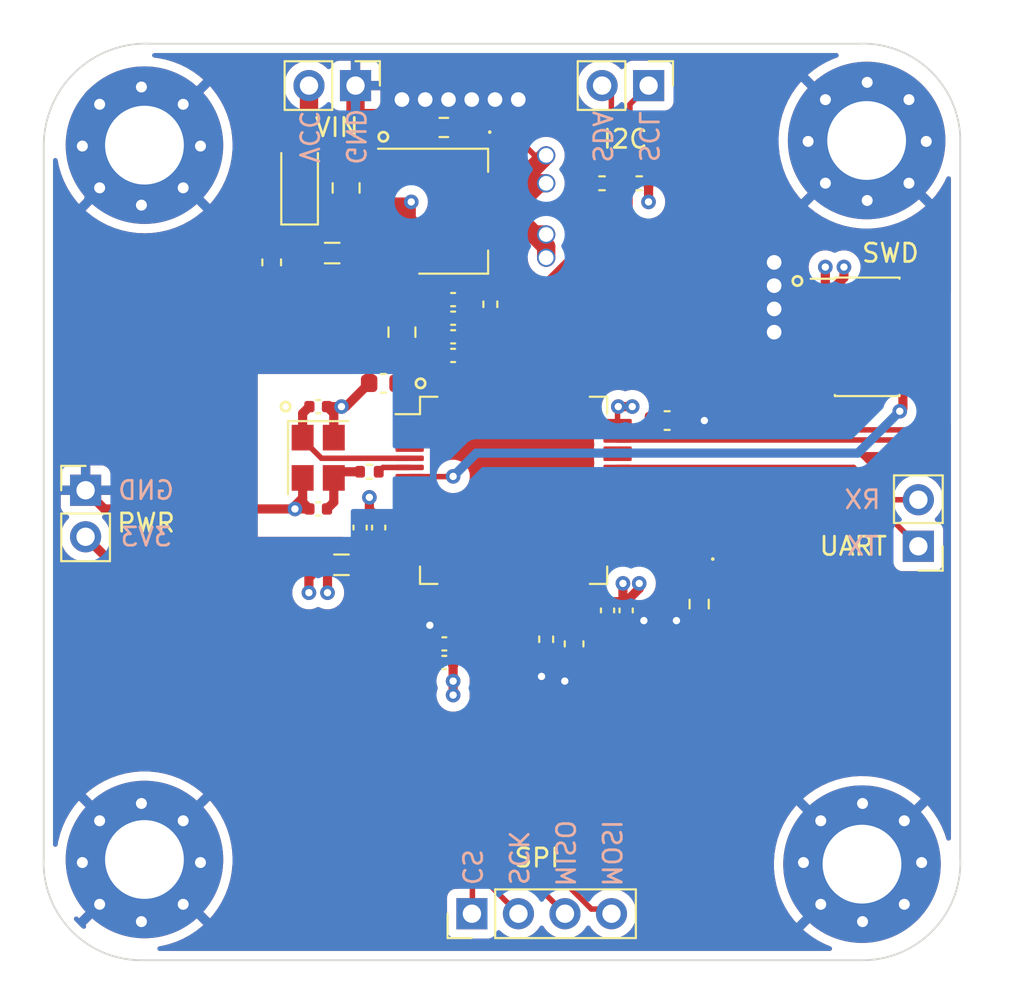
<source format=kicad_pcb>
(kicad_pcb (version 20221018) (generator pcbnew)
  (layers (0 "F.Cu" signal) (1 "In1.Cu" power) (2 "In2.Cu" power) (31 "B.Cu" signal) (34 "B.Paste" user) (35 "F.Paste" user) (36 "B.SilkS" user "B.Silkscreen") (37 "F.SilkS" user "F.Silkscreen") (38 "B.Mask" user) (39 "F.Mask" user) (44 "Edge.Cuts" user))
  (net 0 "")
  (net 1 "Net-(C1-Pad1)")
  (net 2 "GND")
  (net 3 "+3V3")
  (net 4 "Net-(C12-Pad1)")
  (net 5 "Net-(C13-Pad1)")
  (net 6 "+3.3VA")
  (net 7 "HSE_IN")
  (net 8 "Net-(C17-Pad1)")
  (net 9 "Net-(D1-Pad1)")
  (net 10 "VCC")
  (net 11 "Net-(D2-Pad1)")
  (net 12 "Net-(D3-Pad1)")
  (net 13 "Net-(D3-Pad2)")
  (net 14 "Net-(F1-Pad2)")
  (net 15 "I2C1_SCL")
  (net 16 "I2C1_SDA")
  (net 17 "SPI1_CS")
  (net 18 "SPI1_SCK")
  (net 19 "SPI1_MISO")
  (net 20 "SPI1_MOSI")
  (net 21 "SWDIO")
  (net 22 "SWCLK")
  (net 23 "SWO")
  (net 26 "NRST")
  (net 27 "USART1_TX")
  (net 28 "USART1_RX")
  (net 29 "BOOT0")
  (net 30 "BOOT1")
  (net 31 "HSE_OUT")
  (footprint "MountingHole:MountingHole_4.3mm_M4_Pad_Via" (layer "F.Cu") (at 79.958 25.296)
    (fp_text reference "H3")
    (fp_text value "MountingHole_Pad")
  )
  (footprint "Connector_PinHeader_1.27mm:PinHeader_2x05_P1.27mm_Vertical_SMD" (layer "F.Cu") (at 79.958 35.964)
    (fp_text reference "J4")
    (fp_text value "Conn_02x05_Odd_Even")
  )
  (footprint "MountingHole:MountingHole_4.3mm_M4_Pad_Via" (layer "F.Cu") (at 40.334 64.666)
    (fp_text reference "H1")
    (fp_text value "MountingHole_Pad")
  )
  (footprint "Capacitor_SMD:C_0603_1608Metric" (layer "F.Cu") (at 63.956 52.728 -90)
    (fp_text reference "C12")
    (fp_text value "2.2uF")
  )
  (footprint "Capacitor_SMD:C_0402_1005Metric" (layer "F.Cu") (at 49.986 45.362 180)
    (fp_text reference "C17")
    (fp_text value "12pF")
  )
  (footprint "Diode_SMD:D_SOD-123" (layer "F.Cu") (at 48.97 27.582 90)
    (fp_text reference "D1")
    (fp_text value "B5819W")
  )
  (footprint "Package_TO_SOT_SMD:SOT-223-3_TabPin2" (layer "F.Cu") (at 57.352 29.106)
    (fp_text reference "U1")
    (fp_text value "AMS1117-3.3")
  )
  (footprint "Capacitor_SMD:C_0402_1005Metric" (layer "F.Cu") (at 49.986 39.774)
    (fp_text reference "C16")
    (fp_text value "12pF")
  )
  (footprint "Resistor_SMD:R_0402_1005Metric" (layer "F.Cu") (at 67.512 27.582 180)
    (fp_text reference "R2")
    (fp_text value "2k2")
  )
  (footprint "Connector_PinHeader_2.54mm:PinHeader_1x02_P2.54mm_Vertical" (layer "F.Cu") (at 37.286 44.341)
    (fp_text reference "J2")
    (fp_text value "Conn_01x02")
  )
  (footprint "LED_SMD:LED_0201_0603Metric" (layer "F.Cu") (at 70.666449 48.096269 180)
    (fp_text reference "D3")
    (fp_text value "LED_RED")
  )
  (footprint "MountingHole:MountingHole_4.3mm_M4_Pad_Via" (layer "F.Cu") (at 79.704 64.666)
    (fp_text reference "H4")
    (fp_text value "MountingHole_Pad")
  )
  (footprint "Inductor_SMD:L_0805_2012Metric" (layer "F.Cu") (at 50.748 31.392)
    (fp_text reference "FB1")
    (fp_text value "100 @100 MHz")
  )
  (footprint "Resistor_SMD:R_0603_1608Metric" (layer "F.Cu") (at 70.784726 50.556434 -90)
    (fp_text reference "R7")
    (fp_text value "2k2")
  )
  (footprint "LED_SMD:LED_0201_0603Metric" (layer "F.Cu") (at 60.212 24.788)
    (fp_text reference "D2")
    (fp_text value "LED_RED")
  )
  (footprint "Resistor_SMD:R_0402_1005Metric" (layer "F.Cu") (at 59.384 34.186 90)
    (fp_text reference "R4")
    (fp_text value "10k")
  )
  (footprint "Inductor_SMD:L_0805_2012Metric" (layer "F.Cu") (at 51.256 48.41)
    (fp_text reference "FB2")
    (fp_text value "100 @100 MHz")
  )
  (footprint "Resistor_SMD:R_0402_1005Metric" (layer "F.Cu") (at 52.78 43.33 180)
    (fp_text reference "R6")
    (fp_text value "220")
  )
  (footprint "Capacitor_SMD:C_0402_1005Metric" (layer "F.Cu") (at 65.782 50.902 -90)
    (fp_text reference "C11")
    (fp_text value "100nF")
  )
  (footprint "Resistor_SMD:R_0603_1608Metric" (layer "F.Cu") (at 56.844 24.534 180)
    (fp_text reference "R1")
    (fp_text value "2k2")
  )
  (footprint "Crystal:Crystal_SMD_3225-4Pin_3.2x2.5mm" (layer "F.Cu") (at 49.986 42.568 -90)
    (fp_text reference "HSE1")
    (fp_text value "16MHz")
  )
  (footprint "Capacitor_SMD:C_0402_1005Metric" (layer "F.Cu") (at 52.272 46.378 90)
    (fp_text reference "C14")
    (fp_text value "100nF")
  )
  (footprint "Capacitor_SMD:C_0603_1608Metric" (layer "F.Cu") (at 69.036 40.536)
    (fp_text reference "C13")
    (fp_text value "2.2uF")
  )
  (footprint "MountingHole:MountingHole_4.3mm_M4_Pad_Via" (layer "F.Cu") (at 40.334 25.55)
    (fp_text reference "H2")
    (fp_text value "MountingHole_Pad")
  )
  (footprint "Capacitor_SMD:C_0402_1005Metric" (layer "F.Cu") (at 57.352 35.964)
    (fp_text reference "C7")
    (fp_text value "100nF")
  )
  (footprint "Connector_PinHeader_2.54mm:PinHeader_1x04_P2.54mm_Vertical" (layer "F.Cu") (at 58.378 67.46 90)
    (fp_text reference "J3")
    (fp_text value "Conn_01x04")
  )
  (footprint "Capacitor_SMD:C_0805_2012Metric" (layer "F.Cu") (at 54.558 35.71 -90)
    (fp_text reference "C1")
    (fp_text value "10uF")
  )
  (footprint "Capacitor_SMD:C_0805_2012Metric" (layer "F.Cu") (at 51.51 27.836 90)
    (fp_text reference "C2")
    (fp_text value "10uF")
  )
  (footprint "Capacitor_SMD:C_0402_1005Metric" (layer "F.Cu") (at 53.288 46.378 90)
    (fp_text reference "C15")
    (fp_text value "10nF")
  )
  (footprint "Resistor_SMD:R_0402_1005Metric" (layer "F.Cu") (at 65.48 27.582)
    (fp_text reference "R3")
    (fp_text value "2k2")
  )
  (footprint "Resistor_SMD:R_0402_1005Metric" (layer "F.Cu") (at 62.432 52.476 -90)
    (fp_text reference "R5")
    (fp_text value "10k")
  )
  (footprint "Capacitor_SMD:C_0402_1005Metric" (layer "F.Cu") (at 57.352 36.98)
    (fp_text reference "C6")
    (fp_text value "100nF")
  )
  (footprint "Connector_PinHeader_2.54mm:PinHeader_1x02_P2.54mm_Vertical" (layer "F.Cu") (at 82.752 47.399 180)
    (fp_text reference "J5")
    (fp_text value "Conn_01x02")
  )
  (footprint "Capacitor_SMD:C_0402_1005Metric" (layer "F.Cu") (at 66.798 50.902 -90)
    (fp_text reference "C10")
    (fp_text value "100nF")
  )
  (footprint "Connector_PinHeader_2.54mm:PinHeader_1x02_P2.54mm_Vertical" (layer "F.Cu") (at 52.023 22.248 -90)
    (fp_text reference "J6")
    (fp_text value "Conn_01x02")
  )
  (footprint "Fuse:Fuse_0603_1608Metric" (layer "F.Cu") (at 47.446 31.9 -90)
    (fp_text reference "F1")
    (fp_text value "500mA")
  )
  (footprint "Capacitor_SMD:C_0402_1005Metric" (layer "F.Cu") (at 57.352 33.932)
    (fp_text reference "C9")
    (fp_text value "100nF")
  )
  (footprint "Capacitor_SMD:C_0603_1608Metric" (layer "F.Cu") (at 53.542 38.504 180)
    (fp_text reference "C3")
    (fp_text value "10uF")
  )
  (footprint "Capacitor_SMD:C_0402_1005Metric" (layer "F.Cu") (at 56.872 53.744 180)
    (fp_text reference "C5")
    (fp_text value "100nF")
  )
  (footprint "Capacitor_SMD:C_0402_1005Metric" (layer "F.Cu") (at 56.872 52.728 180)
    (fp_text reference "C4")
    (fp_text value "100nF")
  )
  (footprint "Package_QFP:LQFP-64_10x10mm_P0.5mm" (layer "F.Cu") (at 60.654 44.346)
    (fp_text reference "U2")
    (fp_text value "STM32F405RGT6")
  )
  (footprint "Connector_PinHeader_2.54mm:PinHeader_1x02_P2.54mm_Vertical" (layer "F.Cu") (at 68.025 22.248 -90)
    (fp_text reference "J1")
    (fp_text value "Conn_01x02")
  )
  (footprint "Capacitor_SMD:C_0402_1005Metric" (layer "F.Cu") (at 57.352 34.948)
    (fp_text reference "C8")
    (fp_text value "100nF")
  )
  (gr_circle (center 48.208 39.774) (end 48.208 40.028) (stroke (width 0.15)) (fill none) (layer "F.SilkS"))
  (gr_circle (center 55.574 38.504) (end 55.574 38.758) (stroke (width 0.15)) (fill none) (layer "F.SilkS"))
  (gr_circle (center 76.148 32.916) (end 76.148 33.17) (stroke (width 0.15)) (fill none) (layer "F.SilkS"))
  (gr_circle (center 53.542 25.042) (end 53.542 25.296) (stroke (width 0.15)) (fill none) (layer "F.SilkS"))
  (gr_line (start 79.704 70) (end 40.334 70) (stroke (width 0.1)) (layer "Edge.Cuts"))
  (gr_line (start 35 64.412) (end 35 25.543675) (stroke (width 0.1)) (layer "Edge.Cuts"))
  (gr_line (start 85.038 25.042) (end 85.038 64.412) (stroke (width 0.1)) (layer "Edge.Cuts"))
  (gr_arc (start 85.038 64.412) (mid 83.566554 68.347211) (end 79.704 70) (stroke (width 0.1)) (layer "Edge.Cuts"))
  (gr_arc (start 40.334 70) (mid 36.471446 68.347211) (end 35 64.412) (stroke (width 0.1)) (layer "Edge.Cuts"))
  (gr_line (start 40.853794 19.962) (end 79.45 19.962) (stroke (width 0.1)) (layer "Edge.Cuts"))
  (gr_arc (start 79.45 19.962) (mid 83.297709 21.34292) (end 85.038 25.042) (stroke (width 0.1)) (layer "Edge.Cuts"))
  (gr_arc (start 35 25.543675) (mid 36.731805 21.499482) (end 40.853794 19.962) (stroke (width 0.1)) (layer "Edge.Cuts"))
  (gr_text "VCC" (at 49.478 25.042 270) (layer "B.SilkS") (effects (font (size 1 1)) (justify mirror)))
  (gr_text "RX" (at 79.704 44.854) (layer "B.SilkS") (effects (font (size 1 1)) (justify mirror)))
  (gr_text "3V3" (at 40.588 46.886) (layer "B.SilkS") (effects (font (size 1 1)) (justify mirror)))
  (gr_text "SDA" (at 65.48 25.042 270) (layer "B.SilkS") (effects (font (size 1 1)) (justify mirror)))
  (gr_text "GND" (at 52.018 25.042 270) (layer "B.SilkS") (effects (font (size 1 1)) (justify mirror)))
  (gr_text "CS" (at 58.368 64.92 270) (layer "B.SilkS") (effects (font (size 1 1)) (justify mirror)))
  (gr_text "TX" (at 79.704 47.394) (layer "B.SilkS") (effects (font (size 1 1)) (justify mirror)))
  (gr_text "SCL" (at 68.02 25.042 270) (layer "B.SilkS") (effects (font (size 1 1)) (justify mirror)))
  (gr_text "MISO" (at 63.448 64.158 270) (layer "B.SilkS") (effects (font (size 1 1)) (justify mirror)))
  (gr_text "MOSI\n" (at 65.988 64.158 270) (layer "B.SilkS") (effects (font (size 1 1)) (justify mirror)))
  (gr_text "GND" (at 40.588 44.346) (layer "B.SilkS") (effects (font (size 1 1)) (justify mirror)))
  (gr_text "SCK" (at 60.908 64.412 270) (layer "B.SilkS") (effects (font (size 1 1)) (justify mirror)))
  (gr_text "SWD" (at 81.228 31.392) (layer "F.SilkS") (effects (font (size 1 1))))
  (gr_text "SPI" (at 61.924 64.412) (layer "F.SilkS") (effects (font (size 1 1))))
  (gr_text "PWR" (at 40.588 46.124) (layer "F.SilkS") (effects (font (size 1 1))))
  (gr_text "VIN" (at 51.002 24.534) (layer "F.SilkS") (effects (font (size 1 1))))
  (gr_text "UART" (at 79.196 47.394) (layer "F.SilkS") (effects (font (size 1 1))))
  (gr_text "I2C" (at 66.75 25.169) (layer "F.SilkS") (effects (font (size 1 1))))
  (segment (start 54.558 31.762) (end 54.202 31.406) (width 1) (layer "F.Cu") (net 1))
  (segment (start 51.8105 31.392) (end 54.188 31.392) (width 1) (layer "F.Cu") (net 1))
  (segment (start 54.558 34.76) (end 54.558 31.762) (width 1) (layer "F.Cu") (net 1))
  (segment (start 54.188 31.392) (end 54.202 31.406) (width 1) (layer "F.Cu") (net 1))
  (segment (start 54.202 26.806) (end 55.052 26.806) (width 0.5) (layer "F.Cu") (net 2))
  (segment (start 77.754 34.44) (end 78.008 34.694) (width 0.5) (layer "F.Cu") (net 2))
  (segment (start 51.51 26.886) (end 54.122 26.886) (width 1) (layer "F.Cu") (net 2))
  (segment (start 56.392 52.672) (end 56.392 52.728) (width 0.3) (layer "F.Cu") (net 2))
  (segment (start 63.956 53.503) (end 64.959 53.503) (width 0.5) (layer "F.Cu") (net 2))
  (segment (start 53.354 36.66) (end 52.767 37.247) (width 0.5) (layer "F.Cu") (net 2))
  (segment (start 76.402 38.504) (end 78.008 38.504) (width 0.5) (layer "F.Cu") (net 2))
  (segment (start 63.194 54.506) (end 63.448 54.76) (width 0.5) (layer "F.Cu") (net 2))
  (segment (start 63.448 54.011) (end 63.5815 53.8775) (width 0.5) (layer "F.Cu") (net 2))
  (segment (start 51.497 39.774) (end 52.767 38.504) (width 0.5) (layer "F.Cu") (net 2))
  (segment (start 55.574 24.534) (end 56.019 24.534) (width 0.5) (layer "F.Cu") (net 2))
  (segment (start 74.878 34.44) (end 77.754 34.44) (width 0.5) (layer "F.Cu") (net 2))
  (segment (start 54.979 46.096) (end 53.486 46.096) (width 0.3) (layer "F.Cu") (net 2))
  (segment (start 67.69 51.382) (end 67.766 51.458) (width 0.5) (layer "F.Cu") (net 2))
  (segment (start 50.466 39.774) (end 51.256 39.774) (width 0.5) (layer "F.Cu") (net 2))
  (segment (start 49.136 44.766) (end 49.136 44.992) (width 0.5) (layer "F.Cu") (net 2))
  (segment (start 65.782 51.382) (end 66.798 51.382) (width 0.5) (layer "F.Cu") (net 2))
  (segment (start 49.136 44.992) (end 49.506 45.362) (width 0.5) (layer "F.Cu") (net 2))
  (segment (start 62.178 54.506) (end 63.194 54.506) (width 0.5) (layer "F.Cu") (net 2))
  (segment (start 57.832 33.932) (end 57.832 36.98) (width 0.5) (layer "F.Cu") (net 2))
  (segment (start 63.5815 53.8775) (end 63.956 53.503) (width 0.5) (layer "F.Cu") (net 2))
  (segment (start 56.082 51.712) (end 56.082 52.418) (width 0.5) (layer "F.Cu") (net 2))
  (segment (start 52.78 44.727) (end 52.78 45.39) (width 0.5) (layer "F.Cu") (net 2))
  (segment (start 55.052 26.806) (end 57.86 29.614) (width 0.5) (layer "F.Cu") (net 2))
  (segment (start 74.878 31.9) (end 74.878 35.71) (width 0.5) (layer "F.Cu") (net 2))
  (segment (start 57.404 37.450285) (end 57.832 37.022285) (width 0.3) (layer "F.Cu") (net 2))
  (segment (start 62.6795 54.0045) (end 63.4545 54.0045) (width 0.5) (layer "F.Cu") (net 2))
  (segment (start 62.178 54.506) (end 63.181 53.503) (width 0.5) (layer "F.Cu") (net 2))
  (segment (start 54.202 26.806) (end 54.202 25.906) (width 0.5) (layer "F.Cu") (net 2))
  (segment (start 52.023 25.545) (end 52.023 24.021) (width 1) (layer "F.Cu") (net 2))
  (segment (start 52.023 24.021) (end 52.023 22.248) (width 1) (layer "F.Cu") (net 2))
  (segment (start 65.782 52.68) (end 65.782 51.382) (width 0.5) (layer "F.Cu") (net 2))
  (segment (start 54.202 25.906) (end 55.574 24.534) (width 0.5) (layer "F.Cu") (net 2))
  (segment (start 52.023 24.021) (end 53.547 24.021) (width 1) (layer "F.Cu") (net 2))
  (segment (start 51.256 39.774) (end 51.497 39.774) (width 0.5) (layer "F.Cu") (net 2))
  (segment (start 54.558 36.66) (end 53.354 36.66) (width 0.5) (layer "F.Cu") (net 2))
  (segment (start 56.082 52.418) (end 56.392 52.728) (width 0.5) (layer "F.Cu") (net 2))
  (segment (start 49.136 43.668) (end 49.136 44.766) (width 0.5) (layer "F.Cu") (net 2))
  (segment (start 77.754 35.71) (end 78.008 35.964) (width 0.5) (layer "F.Cu") (net 2))
  (segment (start 64.959 53.503) (end 65.782 52.68) (width 0.5) (layer "F.Cu") (net 2))
  (segment (start 57.404 38.671) (end 57.404 37.450285) (width 0.3) (layer "F.Cu") (net 2))
  (segment (start 62.432 52.986) (end 62.432 54.252) (width 0.5) (layer "F.Cu") (net 2))
  (segment (start 54.558 23.01) (end 60.908 23.01) (width 1) (layer "F.Cu") (net 2))
  (segment (start 57.832 37.022285) (end 57.832 36.98) (width 0.3) (layer "F.Cu") (net 2))
  (segment (start 57.404 50.021) (end 57.404 51.66) (width 0.3) (layer "F.Cu") (net 2))
  (segment (start 50.836 40.144) (end 50.466 39.774) (width 0.5) (layer "F.Cu") (net 2))
  (segment (start 62.699 53.503) (end 63.435 53.503) (width 0.5) (layer "F.Cu") (net 2))
  (segment (start 52.78 45.39) (end 53.288 45.898) (width 0.5) (layer "F.Cu") (net 2))
  (segment (start 37.286 44.341) (end 38.307 45.362) (width 0.5) (layer "F.Cu") (net 2))
  (segment (start 57.86 29.614) (end 57.86 33.904) (width 0.5) (layer "F.Cu") (net 2))
  (segment (start 57.832 33.932) (end 59.128 33.932) (width 0.3) (layer "F.Cu") (net 2))
  (segment (start 74.878 35.71) (end 74.878 36.98) (width 0.5) (layer "F.Cu") (net 2))
  (segment (start 48.716 45.362) (end 49.506 45.362) (width 0.5) (layer "F.Cu") (net 2))
  (segment (start 63.956 53.503) (end 63.956 54.252) (width 0.5) (layer "F.Cu") (net 2))
  (segment (start 50.836 41.468) (end 50.836 40.144) (width 0.5) (layer "F.Cu") (net 2))
  (segment (start 69.811 40.536) (end 71.068 40.536) (width 0.5) (layer "F.Cu") (net 2))
  (segment (start 53.547 24.021) (end 54.558 23.01) (width 1) (layer "F.Cu") (net 2))
  (segment (start 52.272 45.898) (end 53.288 45.898) (width 0.5) (layer "F.Cu") (net 2))
  (segment (start 51.51 26.058) (end 52.023 25.545) (width 1) (layer "F.Cu") (net 2))
  (segment (start 62.432 53.236) (end 62.699 53.503) (width 0.5) (layer "F.Cu") (net 2))
  (segment (start 70.70816 51.458) (end 70.784726 51.381434) (width 0.5) (layer "F.Cu") (net 2))
  (segment (start 62.432 54.252) (end 62.178 54.506) (width 0.5) (layer "F.Cu") (net 2))
  (segment (start 38.307 45.362) (end 48.54 45.362) (width 0.5) (layer "F.Cu") (net 2))
  (segment (start 51.51 26.886) (end 51.51 26.058) (width 1) (layer "F.Cu") (net 2))
  (segment (start 52.767 37.247) (end 52.767 38.504) (width 0.5) (layer "F.Cu") (net 2))
  (segment (start 63.956 54.252) (end 63.448 54.76) (width 0.5) (layer "F.Cu") (net 2))
  (segment (start 48.54 45.362) (end 49.136 44.766) (width 0.5) (layer "F.Cu") (net 2))
  (segment (start 59.128 33.932) (end 59.384 33.676) (width 0.3) (layer "F.Cu") (net 2))
  (segment (start 53.486 46.096) (end 53.288 45.898) (width 0.3) (layer "F.Cu") (net 2))
  (segment (start 57.404 51.66) (end 56.392 52.672) (width 0.3) (layer "F.Cu") (net 2))
  (segment (start 62.432 52.986) (end 62.432 53.236) (width 0.5) (layer "F.Cu") (net 2))
  (segment (start 66.798 51.382) (end 67.69 51.382) (width 0.5) (layer "F.Cu") (net 2))
  (segment (start 74.878 36.98) (end 76.402 38.504) (width 0.5) (layer "F.Cu") (net 2))
  (segment (start 63.448 54.76) (end 63.448 54.011) (width 0.5) (layer "F.Cu") (net 2))
  (segment (start 62.178 54.506) (end 62.6795 54.0045) (width 0.5) (layer "F.Cu") (net 2))
  (segment (start 74.878 35.71) (end 77.754 35.71) (width 0.5) (layer "F.Cu") (net 2))
  (segment (start 54.122 26.886) (end 54.202 26.806) (width 1) (layer "F.Cu") (net 2))
  (segment (start 63.181 53.503) (end 63.435 53.503) (width 0.5) (layer "F.Cu") (net 2))
  (segment (start 63.4545 54.0045) (end 63.5815 53.8775) (width 0.5) (layer "F.Cu") (net 2))
  (segment (start 56.392 52.728) (end 56.392 53.744) (width 0.5) (layer "F.Cu") (net 2))
  (segment (start 63.435 53.503) (end 63.956 53.503) (width 0.5) (layer "F.Cu") (net 2))
  (segment (start 57.86 33.904) (end 57.832 33.932) (width 0.5) (layer "F.Cu") (net 2))
  (segment (start 69.544 51.458) (end 70.70816 51.458) (width 0.5) (layer "F.Cu") (net 2))
  (via (at 74.878 34.44) (size 1) (drill 0.8) (layers "F.Cu" "B.Cu") (net 2))
  (via (at 52.78 44.727) (size 0.8) (drill 0.4) (layers "F.Cu" "B.Cu") (net 2))
  (via (at 60.908 23.01) (size 1) (drill 0.8) (layers "F.Cu" "B.Cu") (net 2))
  (via (at 74.878 31.9) (size 1) (drill 0.8) (layers "F.Cu" "B.Cu") (net 2))
  (via (at 59.638 23.01) (size 1) (drill 0.8) (layers "F.Cu" "B.Cu") (net 2))
  (via (at 51.256 39.774) (size 0.8) (drill 0.4) (layers "F.Cu" "B.Cu") (net 2))
  (via (at 74.878 35.71) (size 1) (drill 0.8) (layers "F.Cu" "B.Cu") (net 2))
  (via (at 58.368 23.01) (size 1) (drill 0.8) (layers "F.Cu" "B.Cu") (net 2))
  (via (at 54.558 23.01) (size 1) (drill 0.8) (layers "F.Cu" "B.Cu") (net 2))
  (via (at 55.828 23.01) (size 1) (drill 0.8) (layers "F.Cu" "B.Cu") (net 2))
  (via (at 74.878 33.17) (size 1) (drill 0.8) (layers "F.Cu" "B.Cu") (net 2))
  (via (at 69.544 51.458) (size 0.8) (drill 0.4) (layers "F.Cu" "B.Cu") (net 2))
  (via (at 71.068 40.536) (size 0.8) (drill 0.4) (layers "F.Cu" "B.Cu") (net 2))
  (via (at 57.098 23.01) (size 1) (drill 0.8) (layers "F.Cu" "B.Cu") (net 2))
  (via (at 48.716 45.362) (size 0.8) (drill 0.4) (layers "F.Cu" "B.Cu") (net 2))
  (via (at 56.082 51.712) (size 0.8) (drill 0.4) (layers "F.Cu" "B.Cu") (net 2))
  (via (at 63.448 54.76) (size 0.8) (drill 0.4) (layers "F.Cu" "B.Cu") (net 2))
  (via (at 62.178 54.506) (size 0.8) (drill 0.4) (layers "F.Cu" "B.Cu") (net 2))
  (via (at 67.766 51.458) (size 0.8) (drill 0.4) (layers "F.Cu" "B.Cu") (net 2))
  (segment (start 61.772 30.376) (end 60.502 29.106) (width 1) (layer "F.Cu") (net 3))
  (segment (start 77.672 32.154) (end 77.672 33.088) (width 0.5) (layer "F.Cu") (net 3))
  (segment (start 77.672 33.088) (end 78.008 33.424) (width 0.5) (layer "F.Cu") (net 3))
  (segment (start 67.512 49.426) (end 67.512 49.708) (width 0.5) (layer "F.Cu") (net 3))
  (segment (start 66.369 39.774) (end 67.131 39.774) (width 0.5) (layer "F.Cu") (net 3))
  (segment (start 57.352 55.522) (end 57.352 54.76) (width 0.5) (layer "F.Cu") (net 3))
  (segment (start 63.446 29.106) (end 64.97 27.582) (width 0.3) (layer "F.Cu") (net 3))
  (segment (start 57.904 52.176) (end 57.352 52.728) (width 0.3) (layer "F.Cu") (net 3))
  (segment (start 54.979 40.596) (end 54.979 39.166) (width 0.3) (layer "F.Cu") (net 3))
  (segment (start 57.352 53.109) (end 57.352 53.744) (width 0.5) (layer "F.Cu") (net 3))
  (segment (start 66.329 40.596) (end 66.329 39.814) (width 0.3) (layer "F.Cu") (net 3))
  (segment (start 62.432 26.058) (end 61.802 26.058) (width 0.3) (layer "F.Cu") (net 3))
  (segment (start 56.904 37.012) (end 56.872 36.98) (width 0.3) (layer "F.Cu") (net 3))
  (segment (start 60.502 29.106) (end 60.502 27.988) (width 1) (layer "F.Cu") (net 3))
  (segment (start 68.022 28.596) (end 68.02 28.598) (width 0.5) (layer "F.Cu") (net 3))
  (segment (start 60.466 24.788) (end 60.502 24.824) (width 0.3) (layer "F.Cu") (net 3))
  (segment (start 64.97 27.582) (end 64.972 27.58) (width 0.3) (layer "F.Cu") (net 3))
  (segment (start 54.979 39.166) (end 54.317 38.504) (width 0.3) (layer "F.Cu") (net 3))
  (segment (start 66.623 49.426) (end 66.623 50.247) (width 0.5) (layer "F.Cu") (net 3))
  (segment (start 56.872 31.293) (end 56.872 33.932) (width 0.5) (layer "F.Cu") (net 3))
  (segment (start 57.352 54.76) (end 57.352 53.109) (width 0.5) (layer "F.Cu") (net 3))
  (segment (start 54.558 29.106) (end 54.202 29.106) (width 0.5) (layer "F.Cu") (net 3))
  (segment (start 62.432 30.376) (end 61.772 30.376) (width 1) (layer "F.Cu") (net 3))
  (segment (start 57.904 50.021) (end 57.904 52.176) (width 0.3) (layer "F.Cu") (net 3))
  (segment (start 50.494 48.7105) (end 50.1935 48.41) (width 0.5) (layer "F.Cu") (net 3))
  (segment (start 56.872 33.932) (end 56.872 36.98) (width 0.5) (layer "F.Cu") (net 3))
  (segment (start 49.478 49.1255) (end 50.1935 48.41) (width 0.5) (layer "F.Cu") (net 3))
  (segment (start 78.688 32.744) (end 78.008 33.424) (width 0.5) (layer "F.Cu") (net 3))
  (segment (start 49.478 49.934) (end 49.478 49.1255) (width 0.5) (layer "F.Cu") (net 3))
  (segment (start 62.026 27.582) (end 60.502 29.106) (width 1) (layer "F.Cu") (net 3))
  (segment (start 60.502 29.106) (end 63.446 29.106) (width 0.3) (layer "F.Cu") (net 3))
  (segment (start 51.51 28.786) (end 53.882 28.786) (width 1) (layer "F.Cu") (net 3))
  (segment (start 55.066 29.487) (end 56.872 31.293) (width 0.5) (layer "F.Cu") (net 3))
  (segment (start 64.404 50.021) (end 65.381 50.021) (width 0.3) (layer "F.Cu") (net 3))
  (segment (start 56.737 38.504) (end 56.80448 38.57148) (width 0.5) (layer "F.Cu") (net 3))
  (segment (start 55.066 28.598) (end 54.558 29.106) (width 0.5) (layer "F.Cu") (net 3))
  (segment (start 62.432 31.646) (end 62.432 31.036) (width 1) (layer "F.Cu") (net 3))
  (segment (start 67.512 49.708) (end 66.798 50.422) (width 0.5) (layer "F.Cu") (net 3))
  (segment (start 65.381 50.021) (end 65.782 50.422) (width 0.3) (layer "F.Cu") (net 3))
  (segment (start 53.882 28.786) (end 54.202 29.106) (width 1) (layer "F.Cu") (net 3))
  (segment (start 57.352 52.728) (end 57.352 53.109) (width 0.5) (layer "F.Cu") (net 3))
  (segment (start 68.022 27.582) (end 68.022 28.596) (width 0.5) (layer "F.Cu") (net 3))
  (segment (start 78.688 32.154) (end 78.688 32.744) (width 0.5) (layer "F.Cu") (net 3))
  (segment (start 56.904 38.671) (end 56.904 37.012) (width 0.3) (layer "F.Cu") (net 3))
  (segment (start 54.317 38.504) (end 56.737 38.504) (width 0.5) (layer "F.Cu") (net 3))
  (segment (start 55.066 28.598) (end 55.066 29.487) (width 0.5) (layer "F.Cu") (net 3))
  (segment (start 56.80448 38.57148) (end 56.80448 38.671) (width 0.5) (layer "F.Cu") (net 3))
  (segment (start 60.502 27.988) (end 62.432 26.058) (width 1) (layer "F.Cu") (net 3))
  (segment (start 65.782 50.422) (end 66.798 50.422) (width 0.5) (layer "F.Cu") (net 3))
  (segment (start 66.623 50.247) (end 66.798 50.422) (width 0.5) (layer "F.Cu") (net 3))
  (segment (start 38.815 48.41) (end 37.286 46.881) (width 0.5) (layer "F.Cu") (net 3))
  (segment (start 50.494 49.934) (end 50.494 48.7105) (width 0.5) (layer "F.Cu") (net 3))
  (segment (start 50.1935 48.41) (end 38.815 48.41) (width 0.5) (layer "F.Cu") (net 3))
  (segment (start 66.329 39.814) (end 66.369 39.774) (width 0.3) (layer "F.Cu") (net 3))
  (segment (start 61.802 26.058) (end 60.532 24.788) (width 0.3) (layer "F.Cu") (net 3))
  (segment (start 62.432 27.582) (end 62.026 27.582) (width 1) (layer "F.Cu") (net 3))
  (segment (start 62.432 31.036) (end 60.502 29.106) (width 1) (layer "F.Cu") (net 3))
  (via (at 49.478 49.934) (size 0.8) (drill 0.4) (layers "F.Cu" "B.Cu") (net 3))
  (via (at 55.066 28.598) (size 0.8) (drill 0.4) (layers "F.Cu" "B.Cu") (net 3))
  (via (at 67.131 39.774) (size 0.8) (drill 0.4) (layers "F.Cu" "B.Cu") (net 3))
  (via (at 62.432 30.376) (size 1) (drill 0.8) (layers "F.Cu" "B.Cu") (net 3))
  (via (at 68.02 28.598) (size 0.8) (drill 0.4) (layers "F.Cu" "B.Cu") (net 3))
  (via (at 78.688 32.154) (size 0.8) (drill 0.4) (layers "F.Cu" "B.Cu") (net 3))
  (via (at 66.369 39.774) (size 0.8) (drill 0.4) (layers "F.Cu" "B.Cu") (net 3))
  (via (at 57.352 54.76) (size 0.8) (drill 0.4) (layers "F.Cu" "B.Cu") (net 3))
  (via (at 57.352 55.522) (size 0.8) (drill 0.4) (layers "F.Cu" "B.Cu") (net 3))
  (via (at 77.672 32.154) (size 0.8) (drill 0.4) (layers "F.Cu" "B.Cu") (net 3))
  (via (at 62.432 31.646) (size 1) (drill 0.8) (layers "F.Cu" "B.Cu") (net 3))
  (via (at 66.623 49.426) (size 0.8) (drill 0.4) (layers "F.Cu" "B.Cu") (net 3))
  (via (at 67.512 49.426) (size 0.8) (drill 0.4) (layers "F.Cu" "B.Cu") (net 3))
  (via (at 50.494 49.934) (size 0.8) (drill 0.4) (layers "F.Cu" "B.Cu") (net 3))
  (via (at 62.432 26.058) (size 1) (drill 0.8) (layers "F.Cu" "B.Cu") (net 3))
  (via (at 62.432 27.582) (size 1) (drill 0.8) (layers "F.Cu" "B.Cu") (net 3))
  (segment (start 63.904 51.901) (end 63.956 51.953) (width 0.3) (layer "F.Cu") (net 4))
  (segment (start 63.904 50.021) (end 63.904 51.901) (width 0.3) (layer "F.Cu") (net 4))
  (segment (start 67.701 41.096) (end 68.261 40.536) (width 0.3) (layer "F.Cu") (net 5))
  (segment (start 66.329 41.096) (end 67.701 41.096) (width 0.3) (layer "F.Cu") (net 5))
  (segment (start 53.55 46.596) (end 54.979 46.596) (width 0.3) (layer "F.Cu") (net 6))
  (segment (start 52.272 46.858) (end 52.272 48.3635) (width 0.5) (layer "F.Cu") (net 6))
  (segment (start 53.288 46.858) (end 52.272 46.858) (width 0.5) (layer "F.Cu") (net 6))
  (segment (start 52.272 48.3635) (end 52.3185 48.41) (width 0.5) (layer "F.Cu") (net 6))
  (segment (start 53.288 46.858) (end 53.55 46.596) (width 0.3) (layer "F.Cu") (net 6))
  (segment (start 49.136 41.568) (end 49.136 41.468) (width 0.3) (layer "F.Cu") (net 7))
  (segment (start 50.164 42.596) (end 49.136 41.568) (width 0.3) (layer "F.Cu") (net 7))
  (segment (start 49.136 41.468) (end 49.136 40.144) (width 0.5) (layer "F.Cu") (net 7))
  (segment (start 54.979 42.596) (end 50.164 42.596) (width 0.3) (layer "F.Cu") (net 7))
  (segment (start 49.136 40.144) (end 49.506 39.774) (width 0.5) (layer "F.Cu") (net 7))
  (segment (start 51.174 43.33) (end 50.836 43.668) (width 0.5) (layer "F.Cu") (net 8))
  (segment (start 52.27 43.33) (end 51.174 43.33) (width 0.5) (layer "F.Cu") (net 8))
  (segment (start 50.836 44.992) (end 50.466 45.362) (width 0.5) (layer "F.Cu") (net 8))
  (segment (start 50.836 43.668) (end 50.836 44.992) (width 0.5) (layer "F.Cu") (net 8))
  (segment (start 47.446 29.868) (end 47.446 31.1125) (width 1) (layer "F.Cu") (net 9))
  (segment (start 48.082 29.232) (end 47.446 29.868) (width 1) (layer "F.Cu") (net 9))
  (segment (start 48.97 29.232) (end 48.082 29.232) (width 1) (layer "F.Cu") (net 9))
  (segment (start 48.97 25.932) (end 48.97 25.55) (width 1) (layer "F.Cu") (net 10))
  (segment (start 48.97 25.55) (end 49.483 25.037) (width 1) (layer "F.Cu") (net 10))
  (segment (start 49.483 25.037) (end 49.483 22.248) (width 1) (layer "F.Cu") (net 10))
  (segment (start 57.669 24.534) (end 59.638 24.534) (width 0.5) (layer "F.Cu") (net 11))
  (segment (start 59.85248 24.74848) (end 59.85248 24.788) (width 0.5) (layer "F.Cu") (net 11))
  (segment (start 59.638 24.534) (end 59.85248 24.74848) (width 0.5) (layer "F.Cu") (net 11))
  (segment (start 70.986449 49.529711) (end 70.784726 49.731434) (width 0.3) (layer "F.Cu") (net 12))
  (segment (start 70.986449 48.096269) (end 70.986449 49.529711) (width 0.3) (layer "F.Cu") (net 12))
  (segment (start 66.329 48.096) (end 70.34618 48.096) (width 0.3) (layer "F.Cu") (net 13))
  (segment (start 70.34618 48.096) (end 70.346449 48.096269) (width 0.3) (layer "F.Cu") (net 13))
  (segment (start 48.39 32.6875) (end 49.6855 31.392) (width 1) (layer "F.Cu") (net 14))
  (segment (start 47.446 32.6875) (end 48.39 32.6875) (width 1) (layer "F.Cu") (net 14))
  (segment (start 59.904 38.671) (end 59.904 36.206) (width 0.3) (layer "F.Cu") (net 15))
  (segment (start 59.904 36.206) (end 67.004 29.106) (width 0.3) (layer "F.Cu") (net 15))
  (segment (start 67.004 23.269) (end 68.025 22.248) (width 0.3) (layer "F.Cu") (net 15))
  (segment (start 67.004 29.106) (end 67.004 23.269) (width 0.3) (layer "F.Cu") (net 15))
  (segment (start 65.99 29.37752) (end 65.99 27.582) (width 0.3) (layer "F.Cu") (net 16))
  (segment (start 65.99 27.582) (end 65.99 22.753) (width 0.3) (layer "F.Cu") (net 16))
  (segment (start 59.404 38.671) (end 59.40352 38.67052) (width 0.3) (layer "F.Cu") (net 16))
  (segment (start 59.40352 38.67052) (end 59.40352 35.964) (width 0.3) (layer "F.Cu") (net 16))
  (segment (start 65.99 22.753) (end 65.485 22.248) (width 0.3) (layer "F.Cu") (net 16))
  (segment (start 59.40352 35.964) (end 65.99 29.37752) (width 0.3) (layer "F.Cu") (net 16))
  (segment (start 58.404 67.434) (end 58.378 67.46) (width 0.3) (layer "F.Cu") (net 17))
  (segment (start 58.404 50.021) (end 58.404 67.434) (width 0.3) (layer "F.Cu") (net 17))
  (segment (start 58.904 65.446) (end 60.918 67.46) (width 0.3) (layer "F.Cu") (net 18))
  (segment (start 58.904 50.021) (end 58.904 65.446) (width 0.3) (layer "F.Cu") (net 18))
  (segment (start 59.404 50.021) (end 59.404 63.406) (width 0.3) (layer "F.Cu") (net 19))
  (segment (start 59.404 63.406) (end 63.458 67.46) (width 0.3) (layer "F.Cu") (net 19))
  (segment (start 64.900366 67.206) (end 65.744 67.206) (width 0.3) (layer "F.Cu") (net 20))
  (segment (start 65.744 67.206) (end 65.998 67.46) (width 0.3) (layer "F.Cu") (net 20))
  (segment (start 59.904 62.209634) (end 64.900366 67.206) (width 0.3) (layer "F.Cu") (net 20))
  (segment (start 59.904 50.021) (end 59.904 62.209634) (width 0.3) (layer "F.Cu") (net 20))
  (segment (start 84.276 39.774) (end 84.276 34.44) (width 0.3) (layer "F.Cu") (net 21))
  (segment (start 83.26 33.424) (end 81.908 33.424) (width 0.3) (layer "F.Cu") (net 21))
  (segment (start 66.329 41.596) (end 82.454 41.596) (width 0.3) (layer "F.Cu") (net 21))
  (segment (start 84.276 34.44) (end 83.26 33.424) (width 0.3) (layer "F.Cu") (net 21))
  (segment (start 82.454 41.596) (end 84.276 39.774) (width 0.3) (layer "F.Cu") (net 21))
  (segment (start 83.26 34.694) (end 81.908 34.694) (width 0.3) (layer "F.Cu") (net 22))
  (segment (start 64.404 37.04) (end 65.48 35.964) (width 0.3) (layer "F.Cu") (net 22))
  (segment (start 82.299572 41.044) (end 83.768 39.575572) (width 0.3) (layer "F.Cu") (net 22))
  (segment (start 65.48 35.964) (end 71.068 35.964) (width 0.3) (layer "F.Cu") (net 22))
  (segment (start 83.768 39.575572) (end 83.768 35.202) (width 0.3) (layer "F.Cu") (net 22))
  (segment (start 71.068 35.964) (end 76.148 41.044) (width 0.3) (layer "F.Cu") (net 22))
  (segment (start 83.768 35.202) (end 83.26 34.694) (width 0.3) (layer "F.Cu") (net 22))
  (segment (start 64.404 38.671) (end 64.404 37.04) (width 0.3) (layer "F.Cu") (net 22))
  (segment (start 76.148 41.044) (end 82.299572 41.044) (width 0.3) (layer "F.Cu") (net 22))
  (segment (start 61.404 37.5) (end 63.448 35.456) (width 0.3) (layer "F.Cu") (net 23))
  (segment (start 80.72 35.964) (end 81.908 35.964) (width 0.3) (layer "F.Cu") (net 23))
  (segment (start 76.656 40.536) (end 79.45 40.536) (width 0.3) (layer "F.Cu") (net 23))
  (segment (start 79.958 36.726) (end 80.72 35.964) (width 0.3) (layer "F.Cu") (net 23))
  (segment (start 71.576 35.456) (end 76.656 40.536) (width 0.3) (layer "F.Cu") (net 23))
  (segment (start 79.958 40.028) (end 79.958 36.726) (width 0.3) (layer "F.Cu") (net 23))
  (segment (start 79.45 40.536) (end 79.958 40.028) (width 0.3) (layer "F.Cu") (net 23))
  (segment (start 63.448 35.456) (end 71.576 35.456) (width 0.3) (layer "F.Cu") (net 23))
  (segment (start 61.404 38.671) (end 61.404 37.5) (width 0.3) (layer "F.Cu") (net 23))
  (segment (start 57.34 43.596) (end 57.352 43.584) (width 0.3) (layer "F.Cu") (net 26))
  (segment (start 54.979 43.596) (end 57.34 43.596) (width 0.3) (layer "F.Cu") (net 26))
  (segment (start 81.908 38.504) (end 81.908 39.856) (width 0.5) (layer "F.Cu") (net 26))
  (segment (start 81.908 39.856) (end 81.736 40.028) (width 0.5) (layer "F.Cu") (net 26))
  (via (at 81.736 40.028) (size 0.8) (drill 0.4) (layers "F.Cu" "B.Cu") (net 26))
  (via (at 57.352 43.584) (size 0.8) (drill 0.4) (layers "F.Cu" "B.Cu") (net 26))
  (segment (start 79.45 42.314) (end 58.622 42.314) (width 0.5) (layer "B.Cu") (net 26))
  (segment (start 57.352 43.584) (end 58.622 42.314) (width 0.5) (layer "B.Cu") (net 26))
  (segment (start 81.736 40.028) (end 79.45 42.314) (width 0.5) (layer "B.Cu") (net 26))
  (segment (start 66.32948 43.59552) (end 78.94852 43.59552) (width 0.3) (layer "F.Cu") (net 27))
  (segment (start 78.94852 43.59552) (end 82.752 47.399) (width 0.3) (layer "F.Cu") (net 27))
  (segment (start 66.329 43.596) (end 66.32948 43.59552) (width 0.3) (layer "F.Cu") (net 27))
  (segment (start 80.979 44.859) (end 82.752 44.859) (width 0.3) (layer "F.Cu") (net 28))
  (segment (start 66.329 43.096) (end 79.216 43.096) (width 0.3) (layer "F.Cu") (net 28))
  (segment (start 79.216 43.096) (end 80.979 44.859) (width 0.3) (layer "F.Cu") (net 28))
  (segment (start 58.904 35.176) (end 59.384 34.696) (width 0.3) (layer "F.Cu") (net 29))
  (segment (start 58.904 38.671) (end 58.904 35.176) (width 0.3) (layer "F.Cu") (net 29))
  (segment (start 62.404 50.021) (end 62.404 51.938) (width 0.3) (layer "F.Cu") (net 30))
  (segment (start 62.404 51.938) (end 62.432 51.966) (width 0.3) (layer "F.Cu") (net 30))
  (segment (start 53.524 43.096) (end 54.979 43.096) (width 0.3) (layer "F.Cu") (net 31))
  (segment (start 53.29 43.33) (end 53.524 43.096) (width 0.3) (layer "F.Cu") (net 31))
  (zone locked (net 2) (net_name "GND") (layer "F.Cu") (connect_pads (clearance 0.508)) (min_thickness 0.254) (fill yes (thermal_gap 0.508) (thermal_bridge_width 0.508))
    (polygon (pts (xy 85.8 19.2) (xy 85.8 70.254) (xy 35 70.254) (xy 35 19.2)))
    (polygon (pts (xy 51.764 45.362) (xy 54.05 45.362) (xy 54.05 43.584) (xy 56.082 43.584) (xy 56.082 41.806) (xy 54.05 41.806) (xy 54.05 37.996) (xy 46.684 37.996) (xy 46.684 46.886) (xy 51.764 46.886)))
  )
  (zone locked (net 2) (net_name "GND") (layer "B.Cu") (connect_pads (clearance 0.508)) (min_thickness 0.254) (fill yes (thermal_gap 0.508) (thermal_bridge_width 0.508))
    (polygon (pts (xy 85.8 19.2) (xy 85.8 70.254) (xy 35 70.254) (xy 35 19.2)))
    (polygon (pts (xy 51.764 45.362) (xy 54.05 45.362) (xy 54.05 43.584) (xy 56.082 43.584) (xy 56.082 42.06) (xy 54.05 42.06) (xy 54.05 37.996) (xy 46.684 37.996) (xy 46.684 46.886) (xy 51.764 46.886)))
  )
)
</source>
